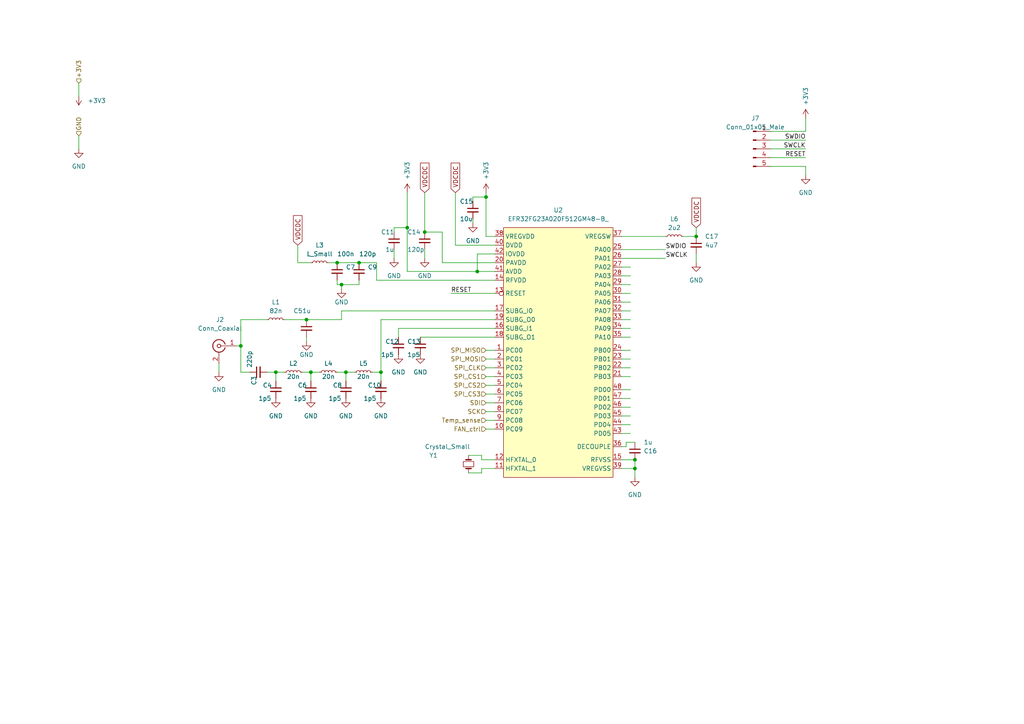
<source format=kicad_sch>
(kicad_sch (version 20211123) (generator eeschema)
  (paper "A4")
  (lib_symbols
    (symbol "Connector:Conn_01x05_Male" (pin_names (offset 1.016) hide)
      (property "Reference" "J" (at 0 7.62 0))
      (property "Value" "Conn_01x05_Male" (at 0 -7.62 0))
      (symbol "Conn_01x05_Male_1_1"
        (polyline (pts (xy 1.27 -5.08) (xy 0.8636 -5.08)) (stroke (width 0.1524)))
        (polyline (pts (xy 1.27 -2.54) (xy 0.8636 -2.54)) (stroke (width 0.1524)))
        (polyline (pts (xy 1.27 0) (xy 0.8636 0)) (stroke (width 0.1524)))
        (polyline (pts (xy 1.27 2.54) (xy 0.8636 2.54)) (stroke (width 0.1524)))
        (polyline (pts (xy 1.27 5.08) (xy 0.8636 5.08)) (stroke (width 0.1524)))
        (rectangle (start 0.8636 -4.953) (end 0 -5.207) (stroke (width 0.1524)) (fill (type outline)))
        (rectangle (start 0.8636 -2.413) (end 0 -2.667) (stroke (width 0.1524)) (fill (type outline)))
        (rectangle (start 0.8636 0.127) (end 0 -0.127) (stroke (width 0.1524)) (fill (type outline)))
        (rectangle (start 0.8636 2.667) (end 0 2.413) (stroke (width 0.1524)) (fill (type outline)))
        (rectangle (start 0.8636 5.207) (end 0 4.953) (stroke (width 0.1524)) (fill (type outline)))
        (pin passive line (at 5.08 5.08 180) (length 3.81) (name "Pin_1") (number "1"))
        (pin passive line (at 5.08 2.54 180) (length 3.81) (name "Pin_2") (number "2"))
        (pin passive line (at 5.08 0 180) (length 3.81) (name "Pin_3") (number "3"))
        (pin passive line (at 5.08 -2.54 180) (length 3.81) (name "Pin_4") (number "4"))
        (pin passive line (at 5.08 -5.08 180) (length 3.81) (name "Pin_5") (number "5"))
      )
    )
    (symbol "Connector:Conn_Coaxial" (pin_names (offset 1.016) hide)
      (property "Reference" "J" (at 0.254 3.048 0))
      (property "Value" "Conn_Coaxial" (at 2.921 0 90))
      (symbol "Conn_Coaxial_0_1"
        (arc (start -1.778 -0.508) (mid 0.2311 -1.8066) (end 1.778 0) (stroke (width 0.254)))
        (polyline (pts (xy -2.54 0) (xy -0.508 0)))
        (polyline (pts (xy 0 -2.54) (xy 0 -1.778)))
        (circle (center 0 0) (radius 0.508) (stroke (width 0.2032)))
        (arc (start 1.778 0) (mid 0.2099 1.8101) (end -1.778 0.508) (stroke (width 0.254)))
      )
      (symbol "Conn_Coaxial_1_1"
        (pin passive line (at -5.08 0 0) (length 2.54) (name "In") (number "1"))
        (pin passive line (at 0 -5.08 90) (length 2.54) (name "Ext") (number "2"))
      )
    )
    (symbol "Device:C_Small" (pin_numbers hide) (pin_names (offset 0.254) hide)
      (property "Reference" "C" (at 0.254 1.778 0))
      (property "Value" "C_Small" (at 0.254 -2.032 0))
      (symbol "C_Small_0_1"
        (polyline (pts (xy -1.524 -0.508) (xy 1.524 -0.508)) (stroke (width 0.3302)))
        (polyline (pts (xy -1.524 0.508) (xy 1.524 0.508)) (stroke (width 0.3048)))
      )
      (symbol "C_Small_1_1"
        (pin passive line (at 0 2.54 270) (length 2.032) (name "~") (number "1"))
        (pin passive line (at 0 -2.54 90) (length 2.032) (name "~") (number "2"))
      )
    )
    (symbol "Device:Crystal_Small" (pin_numbers hide) (pin_names (offset 1.016) hide)
      (property "Reference" "Y" (at 0 2.54 0))
      (property "Value" "Crystal_Small" (at 0 -2.54 0))
      (symbol "Crystal_Small_0_1"
        (rectangle (start -0.762 -1.524) (end 0.762 1.524))
        (polyline (pts (xy -1.27 -0.762) (xy -1.27 0.762)) (stroke (width 0.381)))
        (polyline (pts (xy 1.27 -0.762) (xy 1.27 0.762)) (stroke (width 0.381)))
      )
      (symbol "Crystal_Small_1_1"
        (pin passive line (at -2.54 0 0) (length 1.27) (name "1") (number "1"))
        (pin passive line (at 2.54 0 180) (length 1.27) (name "2") (number "2"))
      )
    )
    (symbol "Device:L_Small" (pin_numbers hide) (pin_names (offset 0.254) hide)
      (property "Reference" "L" (at 0.762 1.016 0))
      (property "Value" "L_Small" (at 0.762 -1.016 0))
      (symbol "L_Small_0_1"
        (arc (start 0 -2.032) (mid 0.508 -1.524) (end 0 -1.016))
        (arc (start 0 -1.016) (mid 0.508 -0.508) (end 0 0))
        (arc (start 0 0) (mid 0.508 0.508) (end 0 1.016))
        (arc (start 0 1.016) (mid 0.508 1.524) (end 0 2.032))
      )
      (symbol "L_Small_1_1"
        (pin passive line (at 0 2.54 270) (length 0.508) (name "~") (number "1"))
        (pin passive line (at 0 -2.54 90) (length 0.508) (name "~") (number "2"))
      )
    )
    (symbol "EFR32:EFR32FG23A020F512GM48-B_"
      (property "Reference" "U" (at 12.7 43.18 0))
      (property "Value" "EFR32FG23A020F512GM48-B_" (at -6.35 43.18 0))
      (symbol "EFR32FG23A020F512GM48-B__0_1"
        (rectangle (start -15.24 40.64) (end 16.51 -31.75) (fill (type background)))
      )
      (symbol "EFR32FG23A020F512GM48-B__1_1"
        (pin bidirectional line (at -17.78 5.08 0) (length 2.54) (name "PC00") (number "1"))
        (pin bidirectional line (at -17.78 -17.78 0) (length 2.54) (name "PC09") (number "10"))
        (pin input line (at -17.78 -29.21 0) (length 2.54) (name "HFXTAL_1") (number "11"))
        (pin input line (at -17.78 -26.67 0) (length 2.54) (name "HFXTAL_0") (number "12"))
        (pin input inverted (at -17.78 21.59 0) (length 2.54) (name "RESET") (number "13"))
        (pin power_in line (at -17.78 25.4 0) (length 2.54) (name "RFVDD") (number "14"))
        (pin power_in line (at 19.05 -26.67 180) (length 2.54) (name "RFVSS") (number "15"))
        (pin input line (at -17.78 11.43 0) (length 2.54) (name "SUBG_I1") (number "16"))
        (pin input line (at -17.78 16.51 0) (length 2.54) (name "SUBG_I0") (number "17"))
        (pin output line (at -17.78 8.89 0) (length 2.54) (name "SUBG_O1") (number "18"))
        (pin output line (at -17.78 13.97 0) (length 2.54) (name "SUBG_O0") (number "19"))
        (pin bidirectional line (at -17.78 2.54 0) (length 2.54) (name "PC01") (number "2"))
        (pin power_in line (at -17.78 30.48 0) (length 2.54) (name "PAVDD") (number "20"))
        (pin bidirectional line (at 19.05 -2.54 180) (length 2.54) (name "PB03") (number "21"))
        (pin bidirectional line (at 19.05 0 180) (length 2.54) (name "PB02") (number "22"))
        (pin bidirectional line (at 19.05 2.54 180) (length 2.54) (name "PB01") (number "23"))
        (pin bidirectional line (at 19.05 5.08 180) (length 2.54) (name "PB00") (number "24"))
        (pin bidirectional line (at 19.05 34.29 180) (length 2.54) (name "PA00") (number "25"))
        (pin bidirectional line (at 19.05 31.75 180) (length 2.54) (name "PA01") (number "26"))
        (pin bidirectional line (at 19.05 29.21 180) (length 2.54) (name "PA02") (number "27"))
        (pin bidirectional line (at 19.05 26.67 180) (length 2.54) (name "PA03") (number "28"))
        (pin bidirectional line (at 19.05 24.13 180) (length 2.54) (name "PA04") (number "29"))
        (pin bidirectional line (at -17.78 0 0) (length 2.54) (name "PC02") (number "3"))
        (pin bidirectional line (at 19.05 21.59 180) (length 2.54) (name "PA05") (number "30"))
        (pin bidirectional line (at 19.05 19.05 180) (length 2.54) (name "PA06") (number "31"))
        (pin bidirectional line (at 19.05 16.51 180) (length 2.54) (name "PA07") (number "32"))
        (pin bidirectional line (at 19.05 13.97 180) (length 2.54) (name "PA08") (number "33"))
        (pin bidirectional line (at 19.05 11.43 180) (length 2.54) (name "PA09") (number "34"))
        (pin bidirectional line (at 19.05 8.89 180) (length 2.54) (name "PA10") (number "35"))
        (pin passive line (at 19.05 -22.86 180) (length 2.54) (name "DECOUPLE") (number "36"))
        (pin output line (at 19.05 38.1 180) (length 2.54) (name "VREGSW") (number "37"))
        (pin power_in line (at -17.78 38.1 0) (length 2.54) (name "VREGVDD") (number "38"))
        (pin power_in line (at 19.05 -29.21 180) (length 2.54) (name "VREGVSS") (number "39"))
        (pin bidirectional line (at -17.78 -2.54 0) (length 2.54) (name "PC03") (number "4"))
        (pin power_in line (at -17.78 35.56 0) (length 2.54) (name "DVDD") (number "40"))
        (pin power_in line (at -17.78 27.94 0) (length 2.54) (name "AVDD") (number "41"))
        (pin power_in line (at -17.78 33.02 0) (length 2.54) (name "IOVDD") (number "42"))
        (pin bidirectional line (at 19.05 -19.05 180) (length 2.54) (name "PD05") (number "43"))
        (pin bidirectional line (at 19.05 -16.51 180) (length 2.54) (name "PD04") (number "44"))
        (pin bidirectional line (at 19.05 -13.97 180) (length 2.54) (name "PD03") (number "45"))
        (pin bidirectional line (at 19.05 -11.43 180) (length 2.54) (name "PD02") (number "46"))
        (pin bidirectional line (at 19.05 -8.89 180) (length 2.54) (name "PD01") (number "47"))
        (pin bidirectional line (at 19.05 -6.35 180) (length 2.54) (name "PD00") (number "48"))
        (pin bidirectional line (at -17.78 -5.08 0) (length 2.54) (name "PC04") (number "5"))
        (pin bidirectional line (at -17.78 -7.62 0) (length 2.54) (name "PC05") (number "6"))
        (pin bidirectional line (at -17.78 -10.16 0) (length 2.54) (name "PC06") (number "7"))
        (pin bidirectional line (at -17.78 -12.7 0) (length 2.54) (name "PC07") (number "8"))
        (pin bidirectional line (at -17.78 -15.24 0) (length 2.54) (name "PC08") (number "9"))
      )
    )
    (symbol "power:+3V3" (power) (pin_names (offset 0))
      (property "Value" "+3V3" (at 0 3.556 0))
      (symbol "+3V3_0_1"
        (polyline (pts (xy -0.762 1.27) (xy 0 2.54)))
        (polyline (pts (xy 0 0) (xy 0 2.54)))
        (polyline (pts (xy 0 2.54) (xy 0.762 1.27)))
      )
      (symbol "+3V3_1_1"
        (pin power_in line (at 0 0 90) (length 0) hide (name "+3V3") (number "1"))
      )
    )
    (symbol "power:GND" (power) (pin_names (offset 0))
      (property "Value" "GND" (at 0 -3.81 0))
      (symbol "GND_0_1"
        (polyline (pts (xy 0 0) (xy 0 -1.27) (xy 1.27 -1.27) (xy 0 -2.54) (xy -1.27 -1.27) (xy 0 -1.27)))
      )
      (symbol "GND_1_1"
        (pin power_in line (at 0 0 270) (length 0) hide (name "GND") (number "1"))
      )
    )
  )
  (junction (at 201.93 68.58))
  (junction (at 123.19 67.31))
  (junction (at 100.33 107.95))
  (junction (at 110.49 107.95))
  (junction (at 99.06 82.55))
  (junction (at 118.11 66.04))
  (junction (at 184.15 135.89))
  (junction (at 138.43 78.74))
  (junction (at 140.97 57.15))
  (junction (at 69.85 100.33))
  (junction (at 88.9 92.71))
  (junction (at 104.14 76.2))
  (junction (at 184.15 133.35))
  (junction (at 90.17 107.95))
  (junction (at 97.79 76.2))
  (junction (at 80.01 107.95))
  (wire (pts (xy 182.88 87.63) (xy 180.34 87.63)))
  (wire (pts (xy 110.49 92.71) (xy 110.49 107.95)))
  (wire (pts (xy 137.16 58.42) (xy 137.16 57.15)))
  (wire (pts (xy 140.97 111.76) (xy 143.51 111.76)))
  (wire (pts (xy 114.3 67.31) (xy 114.3 66.04)))
  (wire (pts (xy 198.12 68.58) (xy 201.93 68.58)))
  (wire (pts (xy 69.85 107.95) (xy 69.85 100.33)))
  (wire (pts (xy 140.97 101.6) (xy 143.51 101.6)))
  (wire (pts (xy 139.7 137.16) (xy 139.7 135.89)))
  (wire (pts (xy 135.89 137.16) (xy 139.7 137.16)))
  (wire (pts (xy 118.11 66.04) (xy 118.11 78.74)))
  (wire (pts (xy 139.7 132.08) (xy 139.7 133.35)))
  (wire (pts (xy 80.01 107.95) (xy 82.55 107.95)))
  (wire (pts (xy 88.9 97.79) (xy 88.9 99.06)))
  (wire (pts (xy 90.17 76.2) (xy 86.36 76.2)))
  (wire (pts (xy 123.19 55.88) (xy 123.19 67.31)))
  (wire (pts (xy 22.86 24.13) (xy 22.86 27.94)))
  (wire (pts (xy 223.52 45.72) (xy 233.68 45.72)))
  (wire (pts (xy 90.17 107.95) (xy 92.71 107.95)))
  (wire (pts (xy 180.34 72.39) (xy 193.04 72.39)))
  (wire (pts (xy 110.49 110.49) (xy 110.49 107.95)))
  (wire (pts (xy 82.55 92.71) (xy 88.9 92.71)))
  (wire (pts (xy 95.25 76.2) (xy 97.79 76.2)))
  (wire (pts (xy 140.97 55.88) (xy 140.97 57.15)))
  (wire (pts (xy 180.34 135.89) (xy 184.15 135.89)))
  (wire (pts (xy 182.88 95.25) (xy 180.34 95.25)))
  (wire (pts (xy 132.08 55.88) (xy 132.08 71.12)))
  (wire (pts (xy 80.01 110.49) (xy 80.01 107.95)))
  (wire (pts (xy 137.16 63.5) (xy 137.16 64.77)))
  (wire (pts (xy 104.14 81.28) (xy 104.14 82.55)))
  (wire (pts (xy 181.61 128.27) (xy 184.15 128.27)))
  (wire (pts (xy 115.57 97.79) (xy 115.57 95.25)))
  (wire (pts (xy 182.88 109.22) (xy 180.34 109.22)))
  (wire (pts (xy 97.79 82.55) (xy 99.06 82.55)))
  (wire (pts (xy 140.97 106.68) (xy 143.51 106.68)))
  (wire (pts (xy 68.58 100.33) (xy 69.85 100.33)))
  (wire (pts (xy 140.97 121.92) (xy 143.51 121.92)))
  (wire (pts (xy 233.68 48.26) (xy 233.68 50.8)))
  (wire (pts (xy 109.22 81.28) (xy 109.22 76.2)))
  (wire (pts (xy 128.27 76.2) (xy 143.51 76.2)))
  (wire (pts (xy 115.57 95.25) (xy 143.51 95.25)))
  (wire (pts (xy 233.68 34.29) (xy 233.68 38.1)))
  (wire (pts (xy 143.51 92.71) (xy 110.49 92.71)))
  (wire (pts (xy 100.33 107.95) (xy 97.79 107.95)))
  (wire (pts (xy 182.88 82.55) (xy 180.34 82.55)))
  (wire (pts (xy 137.16 57.15) (xy 140.97 57.15)))
  (wire (pts (xy 140.97 116.84) (xy 143.51 116.84)))
  (wire (pts (xy 140.97 124.46) (xy 143.51 124.46)))
  (wire (pts (xy 63.5 105.41) (xy 63.5 107.95)))
  (wire (pts (xy 132.08 71.12) (xy 143.51 71.12)))
  (wire (pts (xy 80.01 107.95) (xy 77.47 107.95)))
  (wire (pts (xy 182.88 118.11) (xy 180.34 118.11)))
  (wire (pts (xy 182.88 104.14) (xy 180.34 104.14)))
  (wire (pts (xy 233.68 38.1) (xy 223.52 38.1)))
  (wire (pts (xy 109.22 81.28) (xy 143.51 81.28)))
  (wire (pts (xy 182.88 80.01) (xy 180.34 80.01)))
  (wire (pts (xy 182.88 106.68) (xy 180.34 106.68)))
  (wire (pts (xy 180.34 97.79) (xy 182.88 97.79)))
  (wire (pts (xy 121.92 97.79) (xy 143.51 97.79)))
  (wire (pts (xy 118.11 78.74) (xy 138.43 78.74)))
  (wire (pts (xy 114.3 66.04) (xy 118.11 66.04)))
  (wire (pts (xy 182.88 125.73) (xy 180.34 125.73)))
  (wire (pts (xy 140.97 114.3) (xy 143.51 114.3)))
  (wire (pts (xy 128.27 67.31) (xy 128.27 76.2)))
  (wire (pts (xy 138.43 78.74) (xy 143.51 78.74)))
  (wire (pts (xy 139.7 135.89) (xy 143.51 135.89)))
  (wire (pts (xy 135.89 132.08) (xy 139.7 132.08)))
  (wire (pts (xy 130.81 85.09) (xy 143.51 85.09)))
  (wire (pts (xy 143.51 73.66) (xy 138.43 73.66)))
  (wire (pts (xy 140.97 68.58) (xy 143.51 68.58)))
  (wire (pts (xy 100.33 107.95) (xy 102.87 107.95)))
  (wire (pts (xy 140.97 119.38) (xy 143.51 119.38)))
  (wire (pts (xy 201.93 66.04) (xy 201.93 68.58)))
  (wire (pts (xy 109.22 76.2) (xy 104.14 76.2)))
  (wire (pts (xy 118.11 55.88) (xy 118.11 66.04)))
  (wire (pts (xy 99.06 83.82) (xy 99.06 82.55)))
  (wire (pts (xy 90.17 110.49) (xy 90.17 107.95)))
  (wire (pts (xy 99.06 90.17) (xy 99.06 92.71)))
  (wire (pts (xy 182.88 123.19) (xy 180.34 123.19)))
  (wire (pts (xy 99.06 82.55) (xy 104.14 82.55)))
  (wire (pts (xy 86.36 71.12) (xy 86.36 76.2)))
  (wire (pts (xy 123.19 67.31) (xy 128.27 67.31)))
  (wire (pts (xy 140.97 57.15) (xy 140.97 68.58)))
  (wire (pts (xy 88.9 92.71) (xy 99.06 92.71)))
  (wire (pts (xy 97.79 81.28) (xy 97.79 82.55)))
  (wire (pts (xy 180.34 129.54) (xy 181.61 129.54)))
  (wire (pts (xy 114.3 72.39) (xy 114.3 74.93)))
  (wire (pts (xy 72.39 107.95) (xy 69.85 107.95)))
  (wire (pts (xy 182.88 85.09) (xy 180.34 85.09)))
  (wire (pts (xy 140.97 104.14) (xy 143.51 104.14)))
  (wire (pts (xy 139.7 133.35) (xy 143.51 133.35)))
  (wire (pts (xy 182.88 120.65) (xy 180.34 120.65)))
  (wire (pts (xy 182.88 77.47) (xy 180.34 77.47)))
  (wire (pts (xy 110.49 107.95) (xy 107.95 107.95)))
  (wire (pts (xy 201.93 73.66) (xy 201.93 76.2)))
  (wire (pts (xy 138.43 73.66) (xy 138.43 78.74)))
  (wire (pts (xy 182.88 115.57) (xy 180.34 115.57)))
  (wire (pts (xy 184.15 135.89) (xy 184.15 138.43)))
  (wire (pts (xy 223.52 48.26) (xy 233.68 48.26)))
  (wire (pts (xy 182.88 113.03) (xy 180.34 113.03)))
  (wire (pts (xy 180.34 74.93) (xy 193.04 74.93)))
  (wire (pts (xy 140.97 109.22) (xy 143.51 109.22)))
  (wire (pts (xy 223.52 43.18) (xy 233.68 43.18)))
  (wire (pts (xy 184.15 133.35) (xy 184.15 135.89)))
  (wire (pts (xy 181.61 129.54) (xy 181.61 128.27)))
  (wire (pts (xy 87.63 107.95) (xy 90.17 107.95)))
  (wire (pts (xy 180.34 133.35) (xy 184.15 133.35)))
  (wire (pts (xy 22.86 39.37) (xy 22.86 43.18)))
  (wire (pts (xy 143.51 90.17) (xy 99.06 90.17)))
  (wire (pts (xy 100.33 110.49) (xy 100.33 107.95)))
  (wire (pts (xy 223.52 40.64) (xy 233.68 40.64)))
  (wire (pts (xy 182.88 92.71) (xy 180.34 92.71)))
  (wire (pts (xy 97.79 76.2) (xy 104.14 76.2)))
  (wire (pts (xy 182.88 90.17) (xy 180.34 90.17)))
  (wire (pts (xy 69.85 92.71) (xy 77.47 92.71)))
  (wire (pts (xy 123.19 72.39) (xy 123.19 74.93)))
  (wire (pts (xy 69.85 100.33) (xy 69.85 92.71)))
  (wire (pts (xy 180.34 68.58) (xy 193.04 68.58)))
  (wire (pts (xy 182.88 101.6) (xy 180.34 101.6)))
  (label "RESET" (at 130.81 85.09 0))
  (label "SWCLK" (at 193.04 74.93 0))
  (label "SWDIO" (at 233.68 40.64 180))
  (label "RESET" (at 233.68 45.72 180))
  (label "SWCLK" (at 233.68 43.18 180))
  (label "SWDIO" (at 193.04 72.39 0))
  (global_label "VDCDC" (shape input) (at 132.08 55.88 90) (property "Intersheet References" "${INTERSHEET_REFS}" (effects hide)))
  (global_label "VDCDC" (shape input) (at 123.19 55.88 90) (property "Intersheet References" "${INTERSHEET_REFS}" (effects hide)))
  (global_label "VDCDC" (shape input) (at 201.93 66.04 90) (property "Intersheet References" "${INTERSHEET_REFS}" (effects hide)))
  (global_label "VDCDC" (shape input) (at 86.36 71.12 90) (property "Intersheet References" "${INTERSHEET_REFS}" (effects hide)))
  (hierarchical_label "Temp_sense" (shape input) (at 140.97 121.92 180))
  (hierarchical_label "SPI_MISO" (shape input) (at 140.97 101.6 180))
  (hierarchical_label "SCK" (shape input) (at 140.97 119.38 180))
  (hierarchical_label "SPI_MOSI" (shape input) (at 140.97 104.14 180))
  (hierarchical_label "+3V3" (shape input) (at 22.86 24.13 90))
  (hierarchical_label "SPI_CS3" (shape input) (at 140.97 114.3 180))
  (hierarchical_label "FAN_ctrl" (shape input) (at 140.97 124.46 180))
  (hierarchical_label "SPI_CS1" (shape input) (at 140.97 109.22 180))
  (hierarchical_label "GND" (shape input) (at 22.86 39.37 90))
  (hierarchical_label "SPI_CLK" (shape input) (at 140.97 106.68 180))
  (hierarchical_label "SDI" (shape input) (at 140.97 116.84 180))
  (hierarchical_label "SPI_CS2" (shape input) (at 140.97 111.76 180))
  (symbol (lib_id "power:GND") (at 90.17 115.57 0) (unit 1)
    (property "Reference" "#PWR0126" (effects hide))
    (property "Value" "GND" (at 90.17 120.65 0))
  )
  (symbol (lib_id "power:GND") (at 114.3 74.93 0) (unit 1)
    (property "Reference" "#PWR0122" (effects hide))
    (property "Value" "GND" (at 114.3 80.01 0))
  )
  (symbol (lib_id "power:GND") (at 100.33 115.57 0) (unit 1)
    (property "Reference" "#PWR0125" (effects hide))
    (property "Value" "GND" (at 100.33 120.65 0))
  )
  (symbol (lib_id "Device:Crystal_Small") (at 135.89 134.62 90) (unit 1)
    (property "Reference" "Y1" (at 124.46 132.08 90) (effects (justify right)))
    (property "Value" "Crystal_Small" (at 123.19 129.54 90) (effects (justify right)))
    (property "Footprint" "Crystal:Crystal_SMD_ECS_CSM3X-2Pin_7.6x4.1mm" (effects hide))
  )
  (symbol (lib_id "power:GND") (at 99.06 83.82 0) (unit 1)
    (property "Reference" "#PWR0128" (effects hide))
    (property "Value" "GND" (at 99.06 87.63 0))
  )
  (symbol (lib_id "Device:C_Small") (at 80.01 113.03 0) (unit 1)
    (property "Reference" "C4" (at 76.2 111.76 0) (effects (justify left)))
    (property "Value" "1p5" (at 74.93 115.57 0) (effects (justify left)))
    (property "Footprint" "Resistor_SMD:R_0402_1005Metric" (effects hide))
  )
  (symbol (lib_id "Device:C_Small") (at 137.16 60.96 0) (unit 1)
    (property "Reference" "C15" (at 133.35 58.42 0) (effects (justify left)))
    (property "Value" "10u" (at 133.35 63.5 0) (effects (justify left)))
    (property "Footprint" "Resistor_SMD:R_1206_3216Metric" (effects hide))
  )
  (symbol (lib_id "Device:C_Small") (at 90.17 113.03 0) (unit 1)
    (property "Reference" "C6" (at 86.36 111.76 0) (effects (justify left)))
    (property "Value" "1p5" (at 85.09 115.57 0) (effects (justify left)))
    (property "Footprint" "Resistor_SMD:R_0402_1005Metric" (effects hide))
  )
  (symbol (lib_id "Device:C_Small") (at 184.15 130.81 0) (unit 1)
    (property "Reference" "C16" (at 186.69 130.81 0) (effects (justify left)))
    (property "Value" "1u" (at 186.69 128.27 0) (effects (justify left)))
    (property "Footprint" "Resistor_SMD:R_0805_2012Metric" (effects hide))
  )
  (symbol (lib_id "power:+3V3") (at 118.11 55.88 0) (unit 1)
    (property "Reference" "#PWR0117" (effects hide))
    (property "Value" "+3V3" (at 118.11 49.53 90))
  )
  (symbol (lib_id "Device:L_Small") (at 85.09 107.95 90) (unit 1)
    (property "Reference" "L2" (at 85.09 105.41 90))
    (property "Value" "20n" (at 85.09 109.22 90))
    (property "Footprint" "Resistor_SMD:R_0402_1005Metric" (effects hide))
  )
  (symbol (lib_id "power:GND") (at 201.93 76.2 0) (unit 1)
    (property "Reference" "#PWR0115" (effects hide))
    (property "Value" "GND" (at 201.93 81.28 0))
  )
  (symbol (lib_id "power:GND") (at 63.5 107.95 0) (unit 1)
    (property "Reference" "#PWR0129" (effects hide))
    (property "Value" "GND" (at 63.5 113.03 0))
  )
  (symbol (lib_id "Device:L_Small") (at 92.71 76.2 90) (unit 1)
    (property "Reference" "L3" (at 92.71 71.12 90))
    (property "Value" "L_Small" (at 92.71 73.66 90))
    (property "Footprint" "Resistor_SMD:R_0402_1005Metric" (effects hide))
  )
  (symbol (lib_id "Device:C_Small") (at 121.92 100.33 0) (unit 1)
    (property "Reference" "C13" (at 118.11 99.06 0) (effects (justify left)))
    (property "Value" "1p5" (at 118.11 102.87 0) (effects (justify left)))
    (property "Footprint" "Resistor_SMD:R_0402_1005Metric" (effects hide))
  )
  (symbol (lib_id "Device:C_Small") (at 97.79 78.74 0) (unit 1)
    (property "Reference" "C7" (at 100.33 77.4762 0) (effects (justify left)))
    (property "Value" "100n" (at 97.79 73.66 0) (effects (justify left)))
    (property "Footprint" "Resistor_SMD:R_0805_2012Metric" (effects hide))
  )
  (symbol (lib_id "Device:L_Small") (at 195.58 68.58 90) (unit 1)
    (property "Reference" "L6" (at 195.58 63.5 90))
    (property "Value" "2u2" (at 195.58 66.04 90))
    (property "Footprint" "Resistor_SMD:R_0402_1005Metric" (effects hide))
  )
  (symbol (lib_id "Device:L_Small") (at 105.41 107.95 90) (unit 1)
    (property "Reference" "L5" (at 105.41 105.41 90))
    (property "Value" "20n" (at 105.41 109.22 90))
    (property "Footprint" "Resistor_SMD:R_0402_1005Metric" (effects hide))
  )
  (symbol (lib_id "power:+3V3") (at 233.68 34.29 0) (unit 1)
    (property "Reference" "#PWR0143" (effects hide))
    (property "Value" "+3V3" (at 233.68 27.94 90))
  )
  (symbol (lib_id "power:+3V3") (at 22.86 27.94 180) (unit 1)
    (property "Reference" "#PWR0131" (effects hide))
    (property "Value" "+3V3" (at 25.4 29.2099 0) (effects (justify right)))
  )
  (symbol (lib_id "power:GND") (at 115.57 102.87 0) (unit 1)
    (property "Reference" "#PWR0121" (effects hide))
    (property "Value" "GND" (at 115.57 107.95 0))
  )
  (symbol (lib_id "Device:C_Small") (at 74.93 107.95 90) (unit 1)
    (property "Reference" "C3" (at 73.66 111.76 0) (effects (justify left)))
    (property "Value" "220p" (at 72.39 106.68 0) (effects (justify left)))
    (property "Footprint" "Resistor_SMD:R_0402_1005Metric" (effects hide))
  )
  (symbol (lib_id "power:+3V3") (at 140.97 55.88 0) (unit 1)
    (property "Reference" "#PWR0116" (effects hide))
    (property "Value" "+3V3" (at 140.97 49.53 90))
  )
  (symbol (lib_id "Device:C_Small") (at 110.49 113.03 0) (unit 1)
    (property "Reference" "C10" (at 106.68 111.76 0) (effects (justify left)))
    (property "Value" "1p5" (at 105.41 115.57 0) (effects (justify left)))
    (property "Footprint" "Resistor_SMD:R_0402_1005Metric" (effects hide))
  )
  (symbol (lib_id "power:GND") (at 80.01 115.57 0) (unit 1)
    (property "Reference" "#PWR0127" (effects hide))
    (property "Value" "GND" (at 80.01 120.65 0))
  )
  (symbol (lib_id "power:GND") (at 22.86 43.18 0) (unit 1)
    (property "Reference" "#PWR0130" (effects hide))
    (property "Value" "GND" (at 22.86 48.26 0))
  )
  (symbol (lib_id "Device:C_Small") (at 88.9 95.25 0) (unit 1)
    (property "Reference" "C5" (at 85.09 90.17 0) (effects (justify left)))
    (property "Value" "1u" (at 87.63 90.17 0) (effects (justify left)))
    (property "Footprint" "Resistor_SMD:R_0402_1005Metric" (effects hide))
  )
  (symbol (lib_id "power:GND") (at 121.92 102.87 0) (unit 1)
    (property "Reference" "#PWR0120" (effects hide))
    (property "Value" "GND" (at 121.92 107.95 0))
  )
  (symbol (lib_id "power:GND") (at 88.9 99.06 0) (unit 1)
    (property "Reference" "#PWR0124" (effects hide))
    (property "Value" "GND" (at 88.9 102.87 0))
  )
  (symbol (lib_id "Device:C_Small") (at 114.3 69.85 0) (unit 1)
    (property "Reference" "C11" (at 110.49 67.31 0) (effects (justify left)))
    (property "Value" "1u" (at 111.76 72.39 0) (effects (justify left)))
    (property "Footprint" "Resistor_SMD:R_0805_2012Metric" (effects hide))
  )
  (symbol (lib_id "Device:C_Small") (at 100.33 113.03 0) (unit 1)
    (property "Reference" "C8" (at 96.52 111.76 0) (effects (justify left)))
    (property "Value" "1p5" (at 95.25 115.57 0) (effects (justify left)))
    (property "Footprint" "Resistor_SMD:R_0402_1005Metric" (effects hide))
  )
  (symbol (lib_id "power:GND") (at 184.15 138.43 0) (unit 1)
    (property "Reference" "#PWR0114" (effects hide))
    (property "Value" "GND" (at 184.15 143.51 0))
  )
  (symbol (lib_id "power:GND") (at 137.16 64.77 0) (unit 1)
    (property "Reference" "#PWR0118" (effects hide))
    (property "Value" "GND" (at 137.16 69.85 0))
  )
  (symbol (lib_id "EFR32:EFR32FG23A020F512GM48-B_") (at 161.29 106.68 0) (unit 1)
    (property "Reference" "U2" (at 161.925 60.96 0))
    (property "Value" "EFR32FG23A020F512GM48-B_" (at 161.925 63.5 0))
    (property "Footprint" "EFR32:EFR32FG23A020F512GM48-B" (effects hide))
  )
  (symbol (lib_id "Device:C_Small") (at 115.57 100.33 0) (unit 1)
    (property "Reference" "C12" (at 111.76 99.06 0) (effects (justify left)))
    (property "Value" "1p5" (at 110.49 102.87 0) (effects (justify left)))
    (property "Footprint" "Resistor_SMD:R_0402_1005Metric" (effects hide))
  )
  (symbol (lib_id "Device:L_Small") (at 95.25 107.95 90) (unit 1)
    (property "Reference" "L4" (at 95.25 105.41 90))
    (property "Value" "20n" (at 95.25 109.22 90))
    (property "Footprint" "Resistor_SMD:R_0402_1005Metric" (effects hide))
  )
  (symbol (lib_id "power:GND") (at 110.49 115.57 0) (unit 1)
    (property "Reference" "#PWR0123" (effects hide))
    (property "Value" "GND" (at 110.49 120.65 0))
  )
  (symbol (lib_id "Device:C_Small") (at 201.93 71.12 0) (unit 1)
    (property "Reference" "C17" (at 204.47 68.58 0) (effects (justify left)))
    (property "Value" "4u7" (at 204.47 71.12 0) (effects (justify left)))
    (property "Footprint" "Resistor_SMD:R_0805_2012Metric" (effects hide))
  )
  (symbol (lib_id "power:GND") (at 123.19 74.93 0) (unit 1)
    (property "Reference" "#PWR0119" (effects hide))
    (property "Value" "GND" (at 123.19 80.01 0))
  )
  (symbol (lib_id "Device:C_Small") (at 104.14 78.74 0) (unit 1)
    (property "Reference" "C9" (at 106.68 77.4762 0) (effects (justify left)))
    (property "Value" "120p" (at 104.14 73.66 0) (effects (justify left)))
    (property "Footprint" "Resistor_SMD:R_0805_2012Metric" (effects hide))
  )
  (symbol (lib_id "Connector:Conn_Coaxial") (at 63.5 100.33 0) (mirror y) (unit 1)
    (property "Reference" "J2" (at 63.8174 92.71 0))
    (property "Value" "Conn_Coaxial" (at 63.8174 95.25 0))
    (property "Footprint" "Connector_Coaxial:SMA_Amphenol_901-143_Horizontal" (effects hide))
    (property "Datasheet" " ~" (effects hide))
  )
  (symbol (lib_id "power:GND") (at 233.68 50.8 0) (unit 1)
    (property "Reference" "#PWR0142" (effects hide))
    (property "Value" "GND" (at 233.68 55.88 0))
  )
  (symbol (lib_id "Device:C_Small") (at 123.19 69.85 0) (unit 1)
    (property "Reference" "C14" (at 118.11 67.31 0) (effects (justify left)))
    (property "Value" "120p" (at 118.11 72.39 0) (effects (justify left)))
    (property "Footprint" "Resistor_SMD:R_0805_2012Metric" (effects hide))
  )
  (symbol (lib_id "Connector:Conn_01x05_Male") (at 218.44 43.18 0) (unit 1)
    (property "Reference" "J7" (at 219.075 34.324 0))
    (property "Value" "Conn_01x05_Male" (at 219.075 36.8609 0))
    (property "Footprint" "Connector_PinHeader_2.54mm:PinHeader_1x05_P2.54mm_Vertical" (effects hide))
  )
  (symbol (lib_id "Device:L_Small") (at 80.01 92.71 90) (unit 1)
    (property "Reference" "L1" (at 80.01 87.63 90))
    (property "Value" "82n" (at 80.01 90.17 90))
    (property "Footprint" "Resistor_SMD:R_0402_1005Metric" (effects hide))
  )
)
</source>
